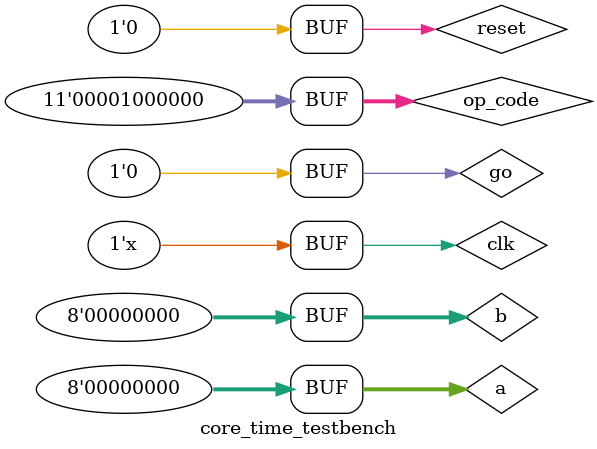
<source format=v>
`timescale 1ns / 1ps


module core_time_testbench;
reg clk;
reg reset;
reg go;
reg [7:0] a,b;
reg [10:0]op_code;
wire [39:0] display;

ascii_alu UUT(    .clk(clk),
                  .a(a),
                  .b(b),  
                  .reset(reset),
                  .go(go),
                  .op_code(op_code),
                  .display(display));
initial begin  clk=0;
reset=0;
go=0;
op_code=11'b00001000000;
a=0;b=0;
# 100 go=1;
#10 go=0;
end
always #2 clk=~clk;
endmodule

</source>
